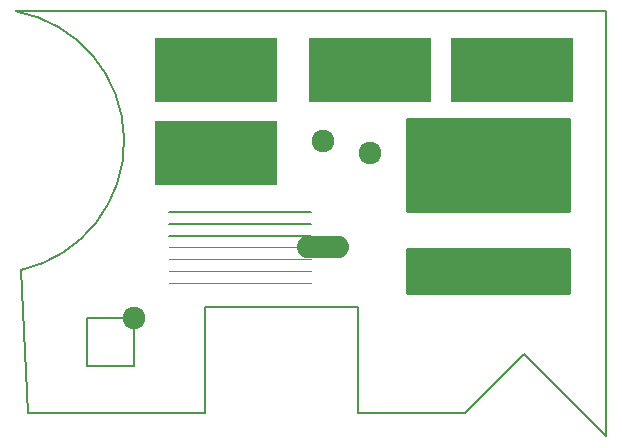
<source format=gts>
G04 #@! TF.FileFunction,Soldermask,Top*
%FSLAX46Y46*%
G04 Gerber Fmt 4.6, Leading zero omitted, Abs format (unit mm)*
G04 Created by KiCad (PCBNEW 4.0.4+e1-6308~48~ubuntu16.04.1-stable) date Thu Sep 15 10:42:46 2016*
%MOMM*%
%LPD*%
G01*
G04 APERTURE LIST*
%ADD10C,0.100000*%
%ADD11C,0.150000*%
%ADD12C,0.025400*%
%ADD13C,0.050800*%
%ADD14C,0.076200*%
%ADD15C,0.101600*%
%ADD16C,0.200000*%
%ADD17C,0.127000*%
%ADD18C,0.152400*%
%ADD19R,10.400000X5.400000*%
%ADD20C,1.924000*%
%ADD21O,4.400000X1.924000*%
%ADD22C,0.254000*%
G04 APERTURE END LIST*
D10*
D11*
X100000000Y-82000000D02*
X100000000Y-78000000D01*
X104000000Y-82000000D02*
X100000000Y-82000000D01*
X104000000Y-78000000D02*
X104000000Y-82000000D01*
X100000000Y-78000000D02*
X104000000Y-78000000D01*
D12*
X107000000Y-75000000D02*
X119000000Y-75000000D01*
D13*
X107000000Y-74000000D02*
X119000000Y-74000000D01*
D14*
X107000000Y-73000000D02*
X119000000Y-73000000D01*
D15*
X107000000Y-72000000D02*
X119000000Y-72000000D01*
D16*
X118000000Y-71000000D02*
X119000000Y-71000000D01*
D17*
X107000000Y-71000000D02*
X118000000Y-71000000D01*
D18*
X107000000Y-70000000D02*
X119000000Y-70000000D01*
D16*
X107000000Y-69000000D02*
X119000000Y-69000000D01*
D11*
X94421170Y-73915033D02*
G75*
G03X94000000Y-52000000I-2421170J10915033D01*
G01*
X95000000Y-86000000D02*
X94421170Y-73915032D01*
X103000000Y-86000000D02*
X95000000Y-86000000D01*
X110000000Y-86000000D02*
X103000000Y-86000000D01*
X110000000Y-77000000D02*
X110000000Y-86000000D01*
X123000000Y-77000000D02*
X110000000Y-77000000D01*
X123000000Y-86000000D02*
X123000000Y-77000000D01*
X132000000Y-86000000D02*
X123000000Y-86000000D01*
X137000000Y-81000000D02*
X132000000Y-86000000D01*
X144000000Y-88000000D02*
X137000000Y-81000000D01*
X144000000Y-52000000D02*
X144000000Y-88000000D01*
X94000000Y-52000000D02*
X144000000Y-52000000D01*
D19*
X111000000Y-57000000D03*
X124000000Y-57000000D03*
X136000000Y-57000000D03*
X111000000Y-64000000D03*
D20*
X124000000Y-64000000D03*
X120000000Y-63000000D03*
X104000000Y-78000000D03*
D21*
X120000000Y-72000000D03*
D22*
G36*
X140873000Y-68873000D02*
X127127000Y-68873000D01*
X127127000Y-61127000D01*
X140873000Y-61127000D01*
X140873000Y-68873000D01*
X140873000Y-68873000D01*
G37*
X140873000Y-68873000D02*
X127127000Y-68873000D01*
X127127000Y-61127000D01*
X140873000Y-61127000D01*
X140873000Y-68873000D01*
G36*
X140873000Y-75873000D02*
X127127000Y-75873000D01*
X127127000Y-72127000D01*
X140873000Y-72127000D01*
X140873000Y-75873000D01*
X140873000Y-75873000D01*
G37*
X140873000Y-75873000D02*
X127127000Y-75873000D01*
X127127000Y-72127000D01*
X140873000Y-72127000D01*
X140873000Y-75873000D01*
M02*

</source>
